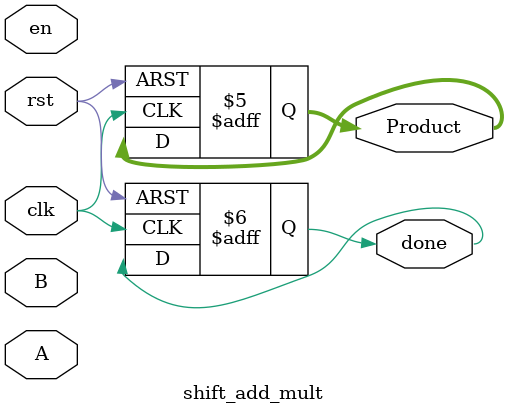
<source format=sv>
`timescale 1ns / 1ps


module shift_add_mult #(parameter N = 32)(
    
    input logic clk, 
    input logic rst,
    input logic en,
    input logic signed [N-1:0] A, // Multiplicand
    input logic signed [N-1:0] B, // Multiplier
    output logic signed [2*N-1:0] Product, 
    output logic done
    );
    // flip flop to save all the signs
    logic [2:0] signs;
    logic [N-1:0] multiplicand;
    logic [N-1:0] multiplier;
    logic load; 
    logic shift_right;
    logic [N-1:0] shift_reg_q; 
    logic shift_reg_sout; 

    
    always_ff@(posedge clk or posedge rst) begin 
      if(rst) begin 
        en <= 0;
        A <= 0;
        B <= 0;
        Product <= 0;
        done <= 0;
      end 
        
       
    end
     
     
endmodule

</source>
